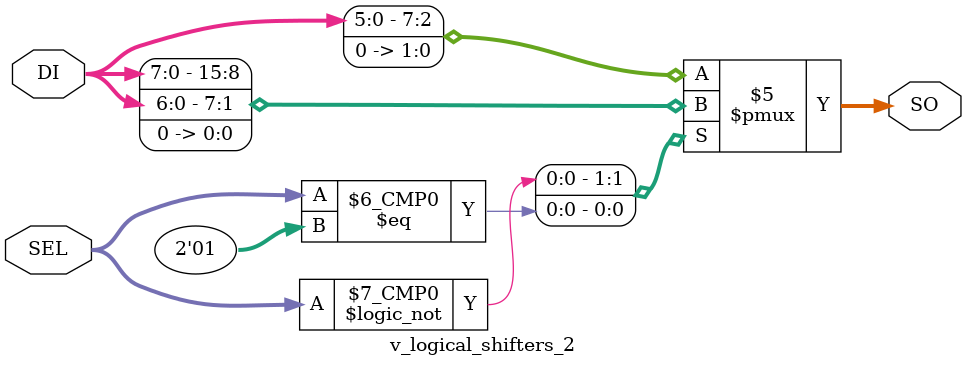
<source format=v>
module v_logical_shifters_2 (DI, SEL, SO);
    input [7:0] DI;
    input [1:0] SEL;
    output [7:0] SO;
    reg [7:0] SO;

    always @(DI or SEL)
    begin
        case (SEL)
            2'b00 : SO = DI;
            2'b01 : SO = DI << 1;
            default : SO = DI << 2;
        endcase
    end
endmodule

</source>
